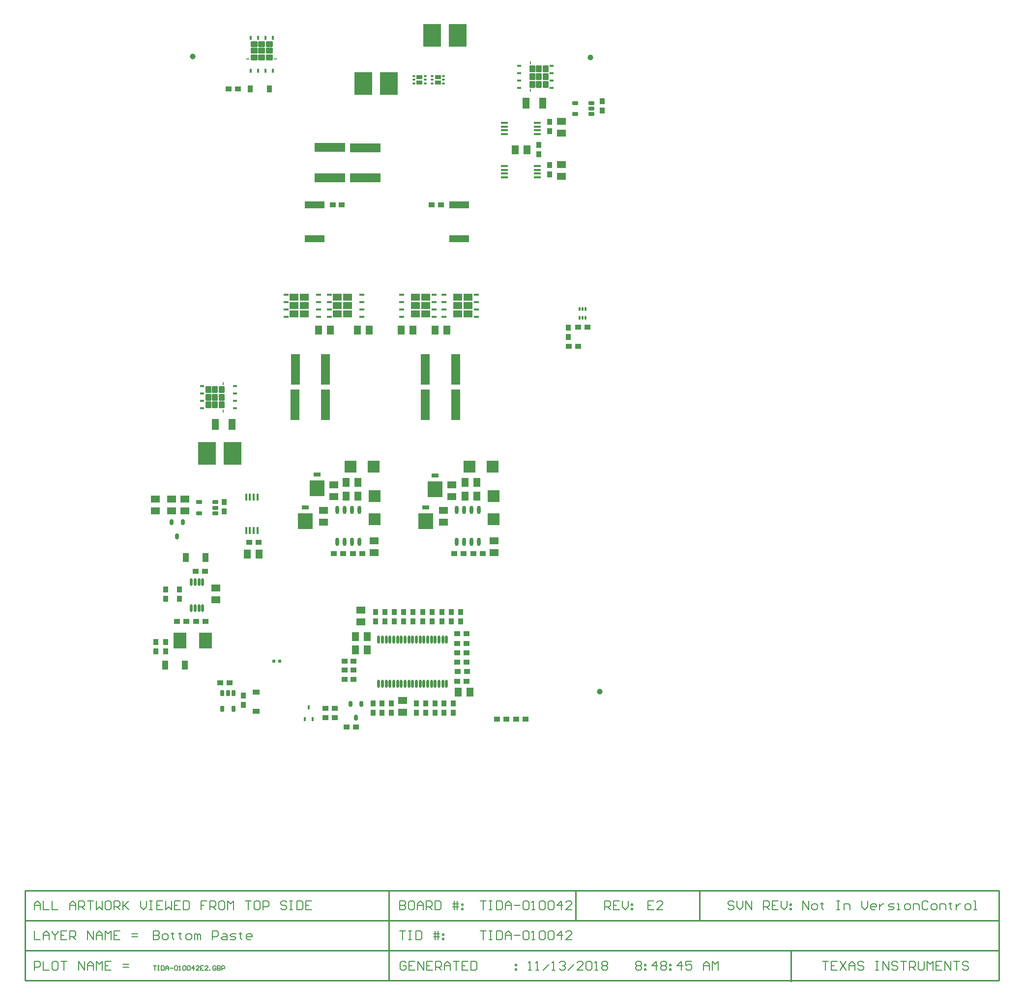
<source format=gbp>
G04*
G04 #@! TF.GenerationSoftware,Altium Limited,Altium Designer,18.1.9 (240)*
G04*
G04 Layer_Color=128*
%FSAX25Y25*%
%MOIN*%
G70*
G01*
G75*
%ADD17C,0.00800*%
%ADD21C,0.00600*%
%ADD22C,0.01000*%
%ADD29C,0.03937*%
%ADD31R,0.03937X0.03740*%
%ADD36R,0.03740X0.03937*%
%ADD37R,0.06299X0.20866*%
G04:AMPARAMS|DCode=80|XSize=15.75mil|YSize=25.59mil|CornerRadius=1.97mil|HoleSize=0mil|Usage=FLASHONLY|Rotation=0.000|XOffset=0mil|YOffset=0mil|HoleType=Round|Shape=RoundedRectangle|*
%AMROUNDEDRECTD80*
21,1,0.01575,0.02165,0,0,0.0*
21,1,0.01181,0.02559,0,0,0.0*
1,1,0.00394,0.00591,-0.01083*
1,1,0.00394,-0.00591,-0.01083*
1,1,0.00394,-0.00591,0.01083*
1,1,0.00394,0.00591,0.01083*
%
%ADD80ROUNDEDRECTD80*%
%ADD81R,0.02362X0.01968*%
%ADD84O,0.02362X0.05709*%
G04:AMPARAMS|DCode=85|XSize=23.62mil|YSize=39.37mil|CornerRadius=2.01mil|HoleSize=0mil|Usage=FLASHONLY|Rotation=90.000|XOffset=0mil|YOffset=0mil|HoleType=Round|Shape=RoundedRectangle|*
%AMROUNDEDRECTD85*
21,1,0.02362,0.03535,0,0,90.0*
21,1,0.01961,0.03937,0,0,90.0*
1,1,0.00402,0.01768,0.00980*
1,1,0.00402,0.01768,-0.00980*
1,1,0.00402,-0.01768,-0.00980*
1,1,0.00402,-0.01768,0.00980*
%
%ADD85ROUNDEDRECTD85*%
G04:AMPARAMS|DCode=87|XSize=11.81mil|YSize=17.72mil|CornerRadius=1.95mil|HoleSize=0mil|Usage=FLASHONLY|Rotation=90.000|XOffset=0mil|YOffset=0mil|HoleType=Round|Shape=RoundedRectangle|*
%AMROUNDEDRECTD87*
21,1,0.01181,0.01382,0,0,90.0*
21,1,0.00791,0.01772,0,0,90.0*
1,1,0.00390,0.00691,0.00396*
1,1,0.00390,0.00691,-0.00396*
1,1,0.00390,-0.00691,-0.00396*
1,1,0.00390,-0.00691,0.00396*
%
%ADD87ROUNDEDRECTD87*%
G04:AMPARAMS|DCode=88|XSize=23.62mil|YSize=39.37mil|CornerRadius=2.01mil|HoleSize=0mil|Usage=FLASHONLY|Rotation=180.000|XOffset=0mil|YOffset=0mil|HoleType=Round|Shape=RoundedRectangle|*
%AMROUNDEDRECTD88*
21,1,0.02362,0.03535,0,0,180.0*
21,1,0.01961,0.03937,0,0,180.0*
1,1,0.00402,-0.00980,0.01768*
1,1,0.00402,0.00980,0.01768*
1,1,0.00402,0.00980,-0.01768*
1,1,0.00402,-0.00980,-0.01768*
%
%ADD88ROUNDEDRECTD88*%
%ADD89O,0.01772X0.05315*%
G04:AMPARAMS|DCode=90|XSize=11.81mil|YSize=26.38mil|CornerRadius=1.95mil|HoleSize=0mil|Usage=FLASHONLY|Rotation=0.000|XOffset=0mil|YOffset=0mil|HoleType=Round|Shape=RoundedRectangle|*
%AMROUNDEDRECTD90*
21,1,0.01181,0.02248,0,0,0.0*
21,1,0.00791,0.02638,0,0,0.0*
1,1,0.00390,0.00396,-0.01124*
1,1,0.00390,-0.00396,-0.01124*
1,1,0.00390,-0.00396,0.01124*
1,1,0.00390,0.00396,0.01124*
%
%ADD90ROUNDEDRECTD90*%
%ADD91O,0.04724X0.01575*%
%ADD92O,0.01772X0.05512*%
%ADD93R,0.05000X0.06300*%
%ADD94R,0.06300X0.05000*%
%ADD95R,0.05118X0.07284*%
%ADD96R,0.12205X0.15748*%
G04:AMPARAMS|DCode=101|XSize=23.62mil|YSize=39.37mil|CornerRadius=5.91mil|HoleSize=0mil|Usage=FLASHONLY|Rotation=180.000|XOffset=0mil|YOffset=0mil|HoleType=Round|Shape=RoundedRectangle|*
%AMROUNDEDRECTD101*
21,1,0.02362,0.02756,0,0,180.0*
21,1,0.01181,0.03937,0,0,180.0*
1,1,0.01181,-0.00591,0.01378*
1,1,0.01181,0.00591,0.01378*
1,1,0.01181,0.00591,-0.01378*
1,1,0.01181,-0.00591,-0.01378*
%
%ADD101ROUNDEDRECTD101*%
%ADD102R,0.07874X0.07874*%
%ADD103R,0.07874X0.07874*%
%ADD104R,0.05000X0.03000*%
%ADD105R,0.10000X0.10500*%
%ADD106R,0.03602X0.04803*%
%ADD107R,0.08500X0.10799*%
%ADD108R,0.04331X0.06299*%
%ADD109O,0.01575X0.04724*%
%ADD110R,0.20866X0.06299*%
%ADD111R,0.13386X0.05118*%
%ADD112R,0.04803X0.03602*%
G04:AMPARAMS|DCode=115|XSize=9.84mil|YSize=21.85mil|CornerRadius=1.97mil|HoleSize=0mil|Usage=FLASHONLY|Rotation=90.000|XOffset=0mil|YOffset=0mil|HoleType=Round|Shape=RoundedRectangle|*
%AMROUNDEDRECTD115*
21,1,0.00984,0.01791,0,0,90.0*
21,1,0.00591,0.02185,0,0,90.0*
1,1,0.00394,0.00896,0.00295*
1,1,0.00394,0.00896,-0.00295*
1,1,0.00394,-0.00896,-0.00295*
1,1,0.00394,-0.00896,0.00295*
%
%ADD115ROUNDEDRECTD115*%
G04:AMPARAMS|DCode=118|XSize=9.84mil|YSize=21.85mil|CornerRadius=1.97mil|HoleSize=0mil|Usage=FLASHONLY|Rotation=0.000|XOffset=0mil|YOffset=0mil|HoleType=Round|Shape=RoundedRectangle|*
%AMROUNDEDRECTD118*
21,1,0.00984,0.01791,0,0,0.0*
21,1,0.00591,0.02185,0,0,0.0*
1,1,0.00394,0.00295,-0.00896*
1,1,0.00394,-0.00295,-0.00896*
1,1,0.00394,-0.00295,0.00896*
1,1,0.00394,0.00295,0.00896*
%
%ADD118ROUNDEDRECTD118*%
G04:AMPARAMS|DCode=125|XSize=29.92mil|YSize=16.14mil|CornerRadius=1.95mil|HoleSize=0mil|Usage=FLASHONLY|Rotation=90.000|XOffset=0mil|YOffset=0mil|HoleType=Round|Shape=RoundedRectangle|*
%AMROUNDEDRECTD125*
21,1,0.02992,0.01225,0,0,90.0*
21,1,0.02603,0.01614,0,0,90.0*
1,1,0.00389,0.00612,0.01301*
1,1,0.00389,0.00612,-0.01301*
1,1,0.00389,-0.00612,-0.01301*
1,1,0.00389,-0.00612,0.01301*
%
%ADD125ROUNDEDRECTD125*%
G04:AMPARAMS|DCode=139|XSize=31.89mil|YSize=16.14mil|CornerRadius=1.95mil|HoleSize=0mil|Usage=FLASHONLY|Rotation=0.000|XOffset=0mil|YOffset=0mil|HoleType=Round|Shape=RoundedRectangle|*
%AMROUNDEDRECTD139*
21,1,0.03189,0.01225,0,0,0.0*
21,1,0.02800,0.01614,0,0,0.0*
1,1,0.00389,0.01400,-0.00612*
1,1,0.00389,-0.01400,-0.00612*
1,1,0.00389,-0.01400,0.00612*
1,1,0.00389,0.01400,0.00612*
%
%ADD139ROUNDEDRECTD139*%
G04:AMPARAMS|DCode=140|XSize=29.92mil|YSize=16.14mil|CornerRadius=1.95mil|HoleSize=0mil|Usage=FLASHONLY|Rotation=0.000|XOffset=0mil|YOffset=0mil|HoleType=Round|Shape=RoundedRectangle|*
%AMROUNDEDRECTD140*
21,1,0.02992,0.01225,0,0,0.0*
21,1,0.02603,0.01614,0,0,0.0*
1,1,0.00389,0.01301,-0.00612*
1,1,0.00389,-0.01301,-0.00612*
1,1,0.00389,-0.01301,0.00612*
1,1,0.00389,0.01301,0.00612*
%
%ADD140ROUNDEDRECTD140*%
G04:AMPARAMS|DCode=153|XSize=37.4mil|YSize=44.49mil|CornerRadius=2.06mil|HoleSize=0mil|Usage=FLASHONLY|Rotation=90.000|XOffset=0mil|YOffset=0mil|HoleType=Round|Shape=RoundedRectangle|*
%AMROUNDEDRECTD153*
21,1,0.03740,0.04037,0,0,90.0*
21,1,0.03329,0.04449,0,0,90.0*
1,1,0.00411,0.02019,0.01664*
1,1,0.00411,0.02019,-0.01664*
1,1,0.00411,-0.02019,-0.01664*
1,1,0.00411,-0.02019,0.01664*
%
%ADD153ROUNDEDRECTD153*%
G04:AMPARAMS|DCode=154|XSize=39.37mil|YSize=27.56mil|CornerRadius=1.93mil|HoleSize=0mil|Usage=FLASHONLY|Rotation=180.000|XOffset=0mil|YOffset=0mil|HoleType=Round|Shape=RoundedRectangle|*
%AMROUNDEDRECTD154*
21,1,0.03937,0.02370,0,0,180.0*
21,1,0.03551,0.02756,0,0,180.0*
1,1,0.00386,-0.01776,0.01185*
1,1,0.00386,0.01776,0.01185*
1,1,0.00386,0.01776,-0.01185*
1,1,0.00386,-0.01776,-0.01185*
%
%ADD154ROUNDEDRECTD154*%
G04:AMPARAMS|DCode=155|XSize=62.21mil|YSize=49.21mil|CornerRadius=1.97mil|HoleSize=0mil|Usage=FLASHONLY|Rotation=0.000|XOffset=0mil|YOffset=0mil|HoleType=Round|Shape=RoundedRectangle|*
%AMROUNDEDRECTD155*
21,1,0.06221,0.04528,0,0,0.0*
21,1,0.05827,0.04921,0,0,0.0*
1,1,0.00394,0.02913,-0.02264*
1,1,0.00394,-0.02913,-0.02264*
1,1,0.00394,-0.02913,0.02264*
1,1,0.00394,0.02913,0.02264*
%
%ADD155ROUNDEDRECTD155*%
G04:AMPARAMS|DCode=156|XSize=37.4mil|YSize=44.49mil|CornerRadius=2.06mil|HoleSize=0mil|Usage=FLASHONLY|Rotation=0.000|XOffset=0mil|YOffset=0mil|HoleType=Round|Shape=RoundedRectangle|*
%AMROUNDEDRECTD156*
21,1,0.03740,0.04037,0,0,0.0*
21,1,0.03329,0.04449,0,0,0.0*
1,1,0.00411,0.01664,-0.02019*
1,1,0.00411,-0.01664,-0.02019*
1,1,0.00411,-0.01664,0.02019*
1,1,0.00411,0.01664,0.02019*
%
%ADD156ROUNDEDRECTD156*%
G54D17*
X0126900Y0073549D02*
Y0067551D01*
X0129899D01*
X0130899Y0068550D01*
Y0069550D01*
X0129899Y0070550D01*
X0126900D01*
X0129899D01*
X0130899Y0071549D01*
Y0072549D01*
X0129899Y0073549D01*
X0126900D01*
X0133898Y0067551D02*
X0135897D01*
X0136897Y0068550D01*
Y0070550D01*
X0135897Y0071549D01*
X0133898D01*
X0132898Y0070550D01*
Y0068550D01*
X0133898Y0067551D01*
X0139896Y0072549D02*
Y0071549D01*
X0138896D01*
X0140895D01*
X0139896D01*
Y0068550D01*
X0140895Y0067551D01*
X0144894Y0072549D02*
Y0071549D01*
X0143895D01*
X0145894D01*
X0144894D01*
Y0068550D01*
X0145894Y0067551D01*
X0149893D02*
X0151892D01*
X0152892Y0068550D01*
Y0070550D01*
X0151892Y0071549D01*
X0149893D01*
X0148893Y0070550D01*
Y0068550D01*
X0149893Y0067551D01*
X0154891D02*
Y0071549D01*
X0155891D01*
X0156890Y0070550D01*
Y0067551D01*
Y0070550D01*
X0157890Y0071549D01*
X0158890Y0070550D01*
Y0067551D01*
X0166887D02*
Y0073549D01*
X0169886D01*
X0170886Y0072549D01*
Y0070550D01*
X0169886Y0069550D01*
X0166887D01*
X0173885Y0071549D02*
X0175884D01*
X0176884Y0070550D01*
Y0067551D01*
X0173885D01*
X0172885Y0068550D01*
X0173885Y0069550D01*
X0176884D01*
X0178883Y0067551D02*
X0181882D01*
X0182882Y0068550D01*
X0181882Y0069550D01*
X0179883D01*
X0178883Y0070550D01*
X0179883Y0071549D01*
X0182882D01*
X0185881Y0072549D02*
Y0071549D01*
X0184881D01*
X0186881D01*
X0185881D01*
Y0068550D01*
X0186881Y0067551D01*
X0192879D02*
X0190879D01*
X0189880Y0068550D01*
Y0070550D01*
X0190879Y0071549D01*
X0192879D01*
X0193878Y0070550D01*
Y0069550D01*
X0189880D01*
X0348550Y0073498D02*
X0352549D01*
X0350549D01*
Y0067500D01*
X0354548Y0073498D02*
X0356547D01*
X0355548D01*
Y0067500D01*
X0354548D01*
X0356547D01*
X0359546Y0073498D02*
Y0067500D01*
X0362545D01*
X0363545Y0068500D01*
Y0072498D01*
X0362545Y0073498D01*
X0359546D01*
X0365545Y0067500D02*
Y0071499D01*
X0367544Y0073498D01*
X0369543Y0071499D01*
Y0067500D01*
Y0070499D01*
X0365545D01*
X0371543D02*
X0375541D01*
X0377541Y0072498D02*
X0378540Y0073498D01*
X0380540D01*
X0381539Y0072498D01*
Y0068500D01*
X0380540Y0067500D01*
X0378540D01*
X0377541Y0068500D01*
Y0072498D01*
X0383539Y0067500D02*
X0385538D01*
X0384538D01*
Y0073498D01*
X0383539Y0072498D01*
X0388537D02*
X0389537Y0073498D01*
X0391536D01*
X0392536Y0072498D01*
Y0068500D01*
X0391536Y0067500D01*
X0389537D01*
X0388537Y0068500D01*
Y0072498D01*
X0394535D02*
X0395535Y0073498D01*
X0397534D01*
X0398534Y0072498D01*
Y0068500D01*
X0397534Y0067500D01*
X0395535D01*
X0394535Y0068500D01*
Y0072498D01*
X0403532Y0067500D02*
Y0073498D01*
X0400533Y0070499D01*
X0404532D01*
X0410530Y0067500D02*
X0406531D01*
X0410530Y0071499D01*
Y0072498D01*
X0409530Y0073498D01*
X0407531D01*
X0406531Y0072498D01*
X0294000Y0073498D02*
X0297999D01*
X0295999D01*
Y0067500D01*
X0299998Y0073498D02*
X0301997D01*
X0300998D01*
Y0067500D01*
X0299998D01*
X0301997D01*
X0304996Y0073498D02*
Y0067500D01*
X0307996D01*
X0308995Y0068500D01*
Y0072498D01*
X0307996Y0073498D01*
X0304996D01*
X0317992Y0067500D02*
Y0073498D01*
X0319992D02*
Y0067500D01*
X0316993Y0071499D02*
X0319992D01*
X0320991D01*
X0316993Y0069499D02*
X0320991D01*
X0322991Y0071499D02*
X0323990D01*
Y0070499D01*
X0322991D01*
Y0071499D01*
Y0068500D02*
X0323990D01*
Y0067500D01*
X0322991D01*
Y0068500D01*
X0580500Y0052965D02*
X0584499D01*
X0582499D01*
Y0046966D01*
X0590497Y0052965D02*
X0586498D01*
Y0046966D01*
X0590497D01*
X0586498Y0049966D02*
X0588497D01*
X0592496Y0052965D02*
X0596495Y0046966D01*
Y0052965D02*
X0592496Y0046966D01*
X0598494D02*
Y0050965D01*
X0600493Y0052965D01*
X0602493Y0050965D01*
Y0046966D01*
Y0049966D01*
X0598494D01*
X0608491Y0051965D02*
X0607491Y0052965D01*
X0605492D01*
X0604492Y0051965D01*
Y0050965D01*
X0605492Y0049966D01*
X0607491D01*
X0608491Y0048966D01*
Y0047966D01*
X0607491Y0046966D01*
X0605492D01*
X0604492Y0047966D01*
X0616488Y0052965D02*
X0618488D01*
X0617488D01*
Y0046966D01*
X0616488D01*
X0618488D01*
X0621487D02*
Y0052965D01*
X0625486Y0046966D01*
Y0052965D01*
X0631484Y0051965D02*
X0630484Y0052965D01*
X0628484D01*
X0627485Y0051965D01*
Y0050965D01*
X0628484Y0049966D01*
X0630484D01*
X0631484Y0048966D01*
Y0047966D01*
X0630484Y0046966D01*
X0628484D01*
X0627485Y0047966D01*
X0633483Y0052965D02*
X0637482D01*
X0635482D01*
Y0046966D01*
X0639481D02*
Y0052965D01*
X0642480D01*
X0643480Y0051965D01*
Y0049966D01*
X0642480Y0048966D01*
X0639481D01*
X0641480D02*
X0643480Y0046966D01*
X0645479Y0052965D02*
Y0047966D01*
X0646479Y0046966D01*
X0648478D01*
X0649478Y0047966D01*
Y0052965D01*
X0651477Y0046966D02*
Y0052965D01*
X0653476Y0050965D01*
X0655476Y0052965D01*
Y0046966D01*
X0661474Y0052965D02*
X0657475D01*
Y0046966D01*
X0661474D01*
X0657475Y0049966D02*
X0659474D01*
X0663473Y0046966D02*
Y0052965D01*
X0667472Y0046966D01*
Y0052965D01*
X0669471D02*
X0673470D01*
X0671471D01*
Y0046966D01*
X0679468Y0051965D02*
X0678468Y0052965D01*
X0676469D01*
X0675469Y0051965D01*
Y0050965D01*
X0676469Y0049966D01*
X0678468D01*
X0679468Y0048966D01*
Y0047966D01*
X0678468Y0046966D01*
X0676469D01*
X0675469Y0047966D01*
X0454050Y0051965D02*
X0455050Y0052965D01*
X0457049D01*
X0458049Y0051965D01*
Y0050965D01*
X0457049Y0049966D01*
X0458049Y0048966D01*
Y0047966D01*
X0457049Y0046966D01*
X0455050D01*
X0454050Y0047966D01*
Y0048966D01*
X0455050Y0049966D01*
X0454050Y0050965D01*
Y0051965D01*
X0455050Y0049966D02*
X0457049D01*
X0460048Y0050965D02*
X0461048D01*
Y0049966D01*
X0460048D01*
Y0050965D01*
Y0047966D02*
X0461048D01*
Y0046966D01*
X0460048D01*
Y0047966D01*
X0468046Y0046966D02*
Y0052965D01*
X0465046Y0049966D01*
X0469045D01*
X0471044Y0051965D02*
X0472044Y0052965D01*
X0474044D01*
X0475043Y0051965D01*
Y0050965D01*
X0474044Y0049966D01*
X0475043Y0048966D01*
Y0047966D01*
X0474044Y0046966D01*
X0472044D01*
X0471044Y0047966D01*
Y0048966D01*
X0472044Y0049966D01*
X0471044Y0050965D01*
Y0051965D01*
X0472044Y0049966D02*
X0474044D01*
X0477043Y0050965D02*
X0478042D01*
Y0049966D01*
X0477043D01*
Y0050965D01*
Y0047966D02*
X0478042D01*
Y0046966D01*
X0477043D01*
Y0047966D01*
X0485040Y0046966D02*
Y0052965D01*
X0482041Y0049966D01*
X0486040D01*
X0492038Y0052965D02*
X0488039D01*
Y0049966D01*
X0490038Y0050965D01*
X0491038D01*
X0492038Y0049966D01*
Y0047966D01*
X0491038Y0046966D01*
X0489039D01*
X0488039Y0047966D01*
X0500035Y0046966D02*
Y0050965D01*
X0502035Y0052965D01*
X0504034Y0050965D01*
Y0046966D01*
Y0049966D01*
X0500035D01*
X0506033Y0046966D02*
Y0052965D01*
X0508033Y0050965D01*
X0510032Y0052965D01*
Y0046966D01*
X0046350D02*
Y0052965D01*
X0049349D01*
X0050349Y0051965D01*
Y0049966D01*
X0049349Y0048966D01*
X0046350D01*
X0052348Y0052965D02*
Y0046966D01*
X0056347D01*
X0061345Y0052965D02*
X0059346D01*
X0058346Y0051965D01*
Y0047966D01*
X0059346Y0046966D01*
X0061345D01*
X0062345Y0047966D01*
Y0051965D01*
X0061345Y0052965D01*
X0064344D02*
X0068343D01*
X0066343D01*
Y0046966D01*
X0076340D02*
Y0052965D01*
X0080339Y0046966D01*
Y0052965D01*
X0082338Y0046966D02*
Y0050965D01*
X0084338Y0052965D01*
X0086337Y0050965D01*
Y0046966D01*
Y0049966D01*
X0082338D01*
X0088336Y0046966D02*
Y0052965D01*
X0090336Y0050965D01*
X0092335Y0052965D01*
Y0046966D01*
X0098333Y0052965D02*
X0094335D01*
Y0046966D01*
X0098333D01*
X0094335Y0049966D02*
X0096334D01*
X0106331Y0048966D02*
X0110329D01*
X0106331Y0050965D02*
X0110329D01*
X0046350Y0073549D02*
Y0067551D01*
X0050349D01*
X0052348D02*
Y0071549D01*
X0054347Y0073549D01*
X0056347Y0071549D01*
Y0067551D01*
Y0070550D01*
X0052348D01*
X0058346Y0073549D02*
Y0072549D01*
X0060346Y0070550D01*
X0062345Y0072549D01*
Y0073549D01*
X0060346Y0070550D02*
Y0067551D01*
X0068343Y0073549D02*
X0064344D01*
Y0067551D01*
X0068343D01*
X0064344Y0070550D02*
X0066343D01*
X0070342Y0067551D02*
Y0073549D01*
X0073341D01*
X0074341Y0072549D01*
Y0070550D01*
X0073341Y0069550D01*
X0070342D01*
X0072342D02*
X0074341Y0067551D01*
X0082338D02*
Y0073549D01*
X0086337Y0067551D01*
Y0073549D01*
X0088336Y0067551D02*
Y0071549D01*
X0090336Y0073549D01*
X0092335Y0071549D01*
Y0067551D01*
Y0070550D01*
X0088336D01*
X0094335Y0067551D02*
Y0073549D01*
X0096334Y0071549D01*
X0098333Y0073549D01*
Y0067551D01*
X0104331Y0073549D02*
X0100332D01*
Y0067551D01*
X0104331D01*
X0100332Y0070550D02*
X0102332D01*
X0112329Y0069550D02*
X0116327D01*
X0112329Y0071549D02*
X0116327D01*
X0294000Y0093831D02*
Y0087833D01*
X0296999D01*
X0297999Y0088833D01*
Y0089833D01*
X0296999Y0090832D01*
X0294000D01*
X0296999D01*
X0297999Y0091832D01*
Y0092832D01*
X0296999Y0093831D01*
X0294000D01*
X0302997D02*
X0300998D01*
X0299998Y0092832D01*
Y0088833D01*
X0300998Y0087833D01*
X0302997D01*
X0303997Y0088833D01*
Y0092832D01*
X0302997Y0093831D01*
X0305996Y0087833D02*
Y0091832D01*
X0307996Y0093831D01*
X0309995Y0091832D01*
Y0087833D01*
Y0090832D01*
X0305996D01*
X0311994Y0087833D02*
Y0093831D01*
X0314993D01*
X0315993Y0092832D01*
Y0090832D01*
X0314993Y0089833D01*
X0311994D01*
X0313994D02*
X0315993Y0087833D01*
X0317992Y0093831D02*
Y0087833D01*
X0320991D01*
X0321991Y0088833D01*
Y0092832D01*
X0320991Y0093831D01*
X0317992D01*
X0330988Y0087833D02*
Y0093831D01*
X0332987D02*
Y0087833D01*
X0329988Y0091832D02*
X0332987D01*
X0333987D01*
X0329988Y0089833D02*
X0333987D01*
X0335986Y0091832D02*
X0336986D01*
Y0090832D01*
X0335986D01*
Y0091832D01*
Y0088833D02*
X0336986D01*
Y0087833D01*
X0335986D01*
Y0088833D01*
X0348550Y0093831D02*
X0352549D01*
X0350549D01*
Y0087833D01*
X0354548Y0093831D02*
X0356547D01*
X0355548D01*
Y0087833D01*
X0354548D01*
X0356547D01*
X0359546Y0093831D02*
Y0087833D01*
X0362545D01*
X0363545Y0088833D01*
Y0092832D01*
X0362545Y0093831D01*
X0359546D01*
X0365545Y0087833D02*
Y0091832D01*
X0367544Y0093831D01*
X0369543Y0091832D01*
Y0087833D01*
Y0090832D01*
X0365545D01*
X0371543D02*
X0375541D01*
X0377541Y0092832D02*
X0378540Y0093831D01*
X0380540D01*
X0381539Y0092832D01*
Y0088833D01*
X0380540Y0087833D01*
X0378540D01*
X0377541Y0088833D01*
Y0092832D01*
X0383539Y0087833D02*
X0385538D01*
X0384538D01*
Y0093831D01*
X0383539Y0092832D01*
X0388537D02*
X0389537Y0093831D01*
X0391536D01*
X0392536Y0092832D01*
Y0088833D01*
X0391536Y0087833D01*
X0389537D01*
X0388537Y0088833D01*
Y0092832D01*
X0394535D02*
X0395535Y0093831D01*
X0397534D01*
X0398534Y0092832D01*
Y0088833D01*
X0397534Y0087833D01*
X0395535D01*
X0394535Y0088833D01*
Y0092832D01*
X0403532Y0087833D02*
Y0093831D01*
X0400533Y0090832D01*
X0404532D01*
X0410530Y0087833D02*
X0406531D01*
X0410530Y0091832D01*
Y0092832D01*
X0409530Y0093831D01*
X0407531D01*
X0406531Y0092832D01*
X0466149Y0093831D02*
X0462150D01*
Y0087833D01*
X0466149D01*
X0462150Y0090832D02*
X0464149D01*
X0472147Y0087833D02*
X0468148D01*
X0472147Y0091832D01*
Y0092832D01*
X0471147Y0093831D01*
X0469148D01*
X0468148Y0092832D01*
X0046350Y0087833D02*
Y0091832D01*
X0048349Y0093831D01*
X0050349Y0091832D01*
Y0087833D01*
Y0090832D01*
X0046350D01*
X0052348Y0093831D02*
Y0087833D01*
X0056347D01*
X0058346Y0093831D02*
Y0087833D01*
X0062345D01*
X0070342D02*
Y0091832D01*
X0072342Y0093831D01*
X0074341Y0091832D01*
Y0087833D01*
Y0090832D01*
X0070342D01*
X0076340Y0087833D02*
Y0093831D01*
X0079339D01*
X0080339Y0092832D01*
Y0090832D01*
X0079339Y0089833D01*
X0076340D01*
X0078340D02*
X0080339Y0087833D01*
X0082338Y0093831D02*
X0086337D01*
X0084338D01*
Y0087833D01*
X0088336Y0093831D02*
Y0087833D01*
X0090336Y0089833D01*
X0092335Y0087833D01*
Y0093831D01*
X0097334D02*
X0095334D01*
X0094335Y0092832D01*
Y0088833D01*
X0095334Y0087833D01*
X0097334D01*
X0098333Y0088833D01*
Y0092832D01*
X0097334Y0093831D01*
X0100332Y0087833D02*
Y0093831D01*
X0103332D01*
X0104331Y0092832D01*
Y0090832D01*
X0103332Y0089833D01*
X0100332D01*
X0102332D02*
X0104331Y0087833D01*
X0106331Y0093831D02*
Y0087833D01*
Y0089833D01*
X0110329Y0093831D01*
X0107330Y0090832D01*
X0110329Y0087833D01*
X0118327Y0093831D02*
Y0089833D01*
X0120326Y0087833D01*
X0122325Y0089833D01*
Y0093831D01*
X0124325D02*
X0126324D01*
X0125324D01*
Y0087833D01*
X0124325D01*
X0126324D01*
X0133322Y0093831D02*
X0129323D01*
Y0087833D01*
X0133322D01*
X0129323Y0090832D02*
X0131323D01*
X0135321Y0093831D02*
Y0087833D01*
X0137321Y0089833D01*
X0139320Y0087833D01*
Y0093831D01*
X0145318D02*
X0141319D01*
Y0087833D01*
X0145318D01*
X0141319Y0090832D02*
X0143319D01*
X0147317Y0093831D02*
Y0087833D01*
X0150316D01*
X0151316Y0088833D01*
Y0092832D01*
X0150316Y0093831D01*
X0147317D01*
X0163312D02*
X0159313D01*
Y0090832D01*
X0161313D01*
X0159313D01*
Y0087833D01*
X0165312D02*
Y0093831D01*
X0168310D01*
X0169310Y0092832D01*
Y0090832D01*
X0168310Y0089833D01*
X0165312D01*
X0167311D02*
X0169310Y0087833D01*
X0174309Y0093831D02*
X0172309D01*
X0171310Y0092832D01*
Y0088833D01*
X0172309Y0087833D01*
X0174309D01*
X0175308Y0088833D01*
Y0092832D01*
X0174309Y0093831D01*
X0177308Y0087833D02*
Y0093831D01*
X0179307Y0091832D01*
X0181306Y0093831D01*
Y0087833D01*
X0189304Y0093831D02*
X0193303D01*
X0191303D01*
Y0087833D01*
X0198301Y0093831D02*
X0196301D01*
X0195302Y0092832D01*
Y0088833D01*
X0196301Y0087833D01*
X0198301D01*
X0199301Y0088833D01*
Y0092832D01*
X0198301Y0093831D01*
X0201300Y0087833D02*
Y0093831D01*
X0204299D01*
X0205299Y0092832D01*
Y0090832D01*
X0204299Y0089833D01*
X0201300D01*
X0217295Y0092832D02*
X0216295Y0093831D01*
X0214296D01*
X0213296Y0092832D01*
Y0091832D01*
X0214296Y0090832D01*
X0216295D01*
X0217295Y0089833D01*
Y0088833D01*
X0216295Y0087833D01*
X0214296D01*
X0213296Y0088833D01*
X0219294Y0093831D02*
X0221293D01*
X0220294D01*
Y0087833D01*
X0219294D01*
X0221293D01*
X0224292Y0093831D02*
Y0087833D01*
X0227291D01*
X0228291Y0088833D01*
Y0092832D01*
X0227291Y0093831D01*
X0224292D01*
X0234289D02*
X0230291D01*
Y0087833D01*
X0234289D01*
X0230291Y0090832D02*
X0232290D01*
X0298199Y0051965D02*
X0297199Y0052965D01*
X0295200D01*
X0294200Y0051965D01*
Y0047966D01*
X0295200Y0046966D01*
X0297199D01*
X0298199Y0047966D01*
Y0049966D01*
X0296199D01*
X0304197Y0052965D02*
X0300198D01*
Y0046966D01*
X0304197D01*
X0300198Y0049966D02*
X0302197D01*
X0306196Y0046966D02*
Y0052965D01*
X0310195Y0046966D01*
Y0052965D01*
X0316193D02*
X0312194D01*
Y0046966D01*
X0316193D01*
X0312194Y0049966D02*
X0314194D01*
X0318192Y0046966D02*
Y0052965D01*
X0321191D01*
X0322191Y0051965D01*
Y0049966D01*
X0321191Y0048966D01*
X0318192D01*
X0320192D02*
X0322191Y0046966D01*
X0324190D02*
Y0050965D01*
X0326190Y0052965D01*
X0328189Y0050965D01*
Y0046966D01*
Y0049966D01*
X0324190D01*
X0330188Y0052965D02*
X0334187D01*
X0332188D01*
Y0046966D01*
X0340185Y0052965D02*
X0336186D01*
Y0046966D01*
X0340185D01*
X0336186Y0049966D02*
X0338186D01*
X0342184Y0052965D02*
Y0046966D01*
X0345183D01*
X0346183Y0047966D01*
Y0051965D01*
X0345183Y0052965D01*
X0342184D01*
X0372175Y0050965D02*
X0373175D01*
Y0049966D01*
X0372175D01*
Y0050965D01*
Y0047966D02*
X0373175D01*
Y0046966D01*
X0372175D01*
Y0047966D01*
X0381150Y0046966D02*
X0383149D01*
X0382150D01*
Y0052965D01*
X0381150Y0051965D01*
X0386148Y0046966D02*
X0388148D01*
X0387148D01*
Y0052965D01*
X0386148Y0051965D01*
X0391147Y0046966D02*
X0395146Y0050965D01*
X0397145Y0046966D02*
X0399144D01*
X0398145D01*
Y0052965D01*
X0397145Y0051965D01*
X0402143D02*
X0403143Y0052965D01*
X0405142D01*
X0406142Y0051965D01*
Y0050965D01*
X0405142Y0049966D01*
X0404143D01*
X0405142D01*
X0406142Y0048966D01*
Y0047966D01*
X0405142Y0046966D01*
X0403143D01*
X0402143Y0047966D01*
X0408141Y0046966D02*
X0412140Y0050965D01*
X0418138Y0046966D02*
X0414139D01*
X0418138Y0050965D01*
Y0051965D01*
X0417138Y0052965D01*
X0415139D01*
X0414139Y0051965D01*
X0420137D02*
X0421137Y0052965D01*
X0423136D01*
X0424136Y0051965D01*
Y0047966D01*
X0423136Y0046966D01*
X0421137D01*
X0420137Y0047966D01*
Y0051965D01*
X0426135Y0046966D02*
X0428135D01*
X0427135D01*
Y0052965D01*
X0426135Y0051965D01*
X0431134D02*
X0432133Y0052965D01*
X0434133D01*
X0435133Y0051965D01*
Y0050965D01*
X0434133Y0049966D01*
X0435133Y0048966D01*
Y0047966D01*
X0434133Y0046966D01*
X0432133D01*
X0431134Y0047966D01*
Y0048966D01*
X0432133Y0049966D01*
X0431134Y0050965D01*
Y0051965D01*
X0432133Y0049966D02*
X0434133D01*
X0433000Y0087833D02*
Y0093831D01*
X0435999D01*
X0436999Y0092832D01*
Y0090832D01*
X0435999Y0089833D01*
X0433000D01*
X0434999D02*
X0436999Y0087833D01*
X0442997Y0093831D02*
X0438998D01*
Y0087833D01*
X0442997D01*
X0438998Y0090832D02*
X0440997D01*
X0444996Y0093831D02*
Y0089833D01*
X0446995Y0087833D01*
X0448995Y0089833D01*
Y0093831D01*
X0450994Y0091832D02*
X0451994D01*
Y0090832D01*
X0450994D01*
Y0091832D01*
Y0088833D02*
X0451994D01*
Y0087833D01*
X0450994D01*
Y0088833D01*
X0520799Y0092832D02*
X0519799Y0093831D01*
X0517800D01*
X0516800Y0092832D01*
Y0091832D01*
X0517800Y0090832D01*
X0519799D01*
X0520799Y0089833D01*
Y0088833D01*
X0519799Y0087833D01*
X0517800D01*
X0516800Y0088833D01*
X0522798Y0093831D02*
Y0089833D01*
X0524797Y0087833D01*
X0526797Y0089833D01*
Y0093831D01*
X0528796Y0087833D02*
Y0093831D01*
X0532795Y0087833D01*
Y0093831D01*
X0540792Y0087833D02*
Y0093831D01*
X0543791D01*
X0544791Y0092832D01*
Y0090832D01*
X0543791Y0089833D01*
X0540792D01*
X0542792D02*
X0544791Y0087833D01*
X0550789Y0093831D02*
X0546790D01*
Y0087833D01*
X0550789D01*
X0546790Y0090832D02*
X0548790D01*
X0552788Y0093831D02*
Y0089833D01*
X0554788Y0087833D01*
X0556787Y0089833D01*
Y0093831D01*
X0558786Y0091832D02*
X0559786D01*
Y0090832D01*
X0558786D01*
Y0091832D01*
Y0088833D02*
X0559786D01*
Y0087833D01*
X0558786D01*
Y0088833D01*
X0567400Y0087833D02*
Y0093831D01*
X0571399Y0087833D01*
Y0093831D01*
X0574398Y0087833D02*
X0576397D01*
X0577397Y0088833D01*
Y0090832D01*
X0576397Y0091832D01*
X0574398D01*
X0573398Y0090832D01*
Y0088833D01*
X0574398Y0087833D01*
X0580396Y0092832D02*
Y0091832D01*
X0579396D01*
X0581395D01*
X0580396D01*
Y0088833D01*
X0581395Y0087833D01*
X0590393Y0093831D02*
X0592392D01*
X0591392D01*
Y0087833D01*
X0590393D01*
X0592392D01*
X0595391D02*
Y0091832D01*
X0598390D01*
X0599390Y0090832D01*
Y0087833D01*
X0607387Y0093831D02*
Y0089833D01*
X0609386Y0087833D01*
X0611386Y0089833D01*
Y0093831D01*
X0616384Y0087833D02*
X0614385D01*
X0613385Y0088833D01*
Y0090832D01*
X0614385Y0091832D01*
X0616384D01*
X0617384Y0090832D01*
Y0089833D01*
X0613385D01*
X0619383Y0091832D02*
Y0087833D01*
Y0089833D01*
X0620383Y0090832D01*
X0621383Y0091832D01*
X0622382D01*
X0625381Y0087833D02*
X0628380D01*
X0629380Y0088833D01*
X0628380Y0089833D01*
X0626381D01*
X0625381Y0090832D01*
X0626381Y0091832D01*
X0629380D01*
X0631379Y0087833D02*
X0633379D01*
X0632379D01*
Y0091832D01*
X0631379D01*
X0637377Y0087833D02*
X0639377D01*
X0640376Y0088833D01*
Y0090832D01*
X0639377Y0091832D01*
X0637377D01*
X0636378Y0090832D01*
Y0088833D01*
X0637377Y0087833D01*
X0642376D02*
Y0091832D01*
X0645375D01*
X0646374Y0090832D01*
Y0087833D01*
X0652373Y0092832D02*
X0651373Y0093831D01*
X0649373D01*
X0648374Y0092832D01*
Y0088833D01*
X0649373Y0087833D01*
X0651373D01*
X0652373Y0088833D01*
X0655372Y0087833D02*
X0657371D01*
X0658371Y0088833D01*
Y0090832D01*
X0657371Y0091832D01*
X0655372D01*
X0654372Y0090832D01*
Y0088833D01*
X0655372Y0087833D01*
X0660370D02*
Y0091832D01*
X0663369D01*
X0664369Y0090832D01*
Y0087833D01*
X0667368Y0092832D02*
Y0091832D01*
X0666368D01*
X0668367D01*
X0667368D01*
Y0088833D01*
X0668367Y0087833D01*
X0671366Y0091832D02*
Y0087833D01*
Y0089833D01*
X0672366Y0090832D01*
X0673366Y0091832D01*
X0674365D01*
X0678364Y0087833D02*
X0680364D01*
X0681363Y0088833D01*
Y0090832D01*
X0680364Y0091832D01*
X0678364D01*
X0677364Y0090832D01*
Y0088833D01*
X0678364Y0087833D01*
X0683362D02*
X0685362D01*
X0684362D01*
Y0093831D01*
X0683362D01*
G54D21*
X0126900Y0049966D02*
X0128899D01*
X0127900D01*
Y0046966D01*
X0129899Y0049966D02*
X0130899D01*
X0130399D01*
Y0046966D01*
X0129899D01*
X0130899D01*
X0132398Y0049966D02*
Y0046966D01*
X0133898D01*
X0134398Y0047466D01*
Y0049466D01*
X0133898Y0049966D01*
X0132398D01*
X0135397Y0046966D02*
Y0048966D01*
X0136397Y0049966D01*
X0137397Y0048966D01*
Y0046966D01*
Y0048466D01*
X0135397D01*
X0138396D02*
X0140396D01*
X0141395Y0049466D02*
X0141895Y0049966D01*
X0142895D01*
X0143395Y0049466D01*
Y0047466D01*
X0142895Y0046966D01*
X0141895D01*
X0141395Y0047466D01*
Y0049466D01*
X0144394Y0046966D02*
X0145394D01*
X0144894D01*
Y0049966D01*
X0144394Y0049466D01*
X0146894D02*
X0147393Y0049966D01*
X0148393D01*
X0148893Y0049466D01*
Y0047466D01*
X0148393Y0046966D01*
X0147393D01*
X0146894Y0047466D01*
Y0049466D01*
X0149893D02*
X0150392Y0049966D01*
X0151392D01*
X0151892Y0049466D01*
Y0047466D01*
X0151392Y0046966D01*
X0150392D01*
X0149893Y0047466D01*
Y0049466D01*
X0154391Y0046966D02*
Y0049966D01*
X0152892Y0048466D01*
X0154891D01*
X0157890Y0046966D02*
X0155891D01*
X0157890Y0048966D01*
Y0049466D01*
X0157390Y0049966D01*
X0156391D01*
X0155891Y0049466D01*
X0160889Y0049966D02*
X0158890D01*
Y0046966D01*
X0160889D01*
X0158890Y0048466D02*
X0159889D01*
X0163888Y0046966D02*
X0161889D01*
X0163888Y0048966D01*
Y0049466D01*
X0163388Y0049966D01*
X0162389D01*
X0161889Y0049466D01*
X0164888Y0046966D02*
Y0047466D01*
X0165388D01*
Y0046966D01*
X0164888D01*
X0169386Y0049466D02*
X0168886Y0049966D01*
X0167887D01*
X0167387Y0049466D01*
Y0047466D01*
X0167887Y0046966D01*
X0168886D01*
X0169386Y0047466D01*
Y0048466D01*
X0168387D01*
X0170386Y0049966D02*
Y0046966D01*
X0171885D01*
X0172385Y0047466D01*
Y0047966D01*
X0171885Y0048466D01*
X0170386D01*
X0171885D01*
X0172385Y0048966D01*
Y0049466D01*
X0171885Y0049966D01*
X0170386D01*
X0173385Y0046966D02*
Y0049966D01*
X0174884D01*
X0175384Y0049466D01*
Y0048466D01*
X0174884Y0047966D01*
X0173385D01*
G54D22*
X0559400Y0039400D02*
Y0059683D01*
X0440500Y0040050D02*
X0700200D01*
Y0101050D01*
X0286500Y0040050D02*
Y0101050D01*
X0040000Y0040050D02*
Y0101050D01*
X0040050Y0040050D02*
X0197600D01*
X0040050D02*
Y0101050D01*
Y0101050D02*
X0700200D01*
X0040000Y0040050D02*
X0440500D01*
X0040000Y0060383D02*
X0700000D01*
X0040000Y0080717D02*
X0700200D01*
X0413200D02*
Y0101050D01*
X0497200Y0080717D02*
Y0101050D01*
G54D29*
X0153619Y0667000D02*
D03*
X0423219Y0666400D02*
D03*
X0429719Y0235900D02*
D03*
G54D31*
X0408569Y0470400D02*
D03*
X0414868D02*
D03*
X0143015Y0283500D02*
D03*
X0149314D02*
D03*
X0161869Y0317800D02*
D03*
X0155569D02*
D03*
X0258115Y0211900D02*
D03*
X0264414D02*
D03*
X0333069Y0243000D02*
D03*
X0339369D02*
D03*
X0333069Y0275200D02*
D03*
X0339369D02*
D03*
X0379269Y0217300D02*
D03*
X0372969D02*
D03*
X0337395Y0329724D02*
D03*
X0331096D02*
D03*
X0255720Y0329764D02*
D03*
X0249421D02*
D03*
X0343896Y0329731D02*
D03*
X0350195D02*
D03*
X0262321Y0329764D02*
D03*
X0268620D02*
D03*
X0321874Y0566400D02*
D03*
X0315575D02*
D03*
X0248475D02*
D03*
X0254774D02*
D03*
X0178661Y0242116D02*
D03*
X0172362D02*
D03*
X0162364Y0283600D02*
D03*
X0156065D02*
D03*
X0421200Y0483146D02*
D03*
X0414901D02*
D03*
X0359869Y0217300D02*
D03*
X0366168D02*
D03*
X0198207Y0337400D02*
D03*
X0191908D02*
D03*
X0249969Y0218200D02*
D03*
X0243669D02*
D03*
X0339369Y0268800D02*
D03*
X0333069D02*
D03*
X0333169Y0249800D02*
D03*
X0339469D02*
D03*
X0333069Y0256100D02*
D03*
X0339369D02*
D03*
X0333069Y0262400D02*
D03*
X0339369D02*
D03*
X0256469Y0256800D02*
D03*
X0262769D02*
D03*
X0256469Y0250500D02*
D03*
X0262769D02*
D03*
X0256469Y0244400D02*
D03*
X0262769D02*
D03*
X0243669Y0224500D02*
D03*
X0249969D02*
D03*
X0178069Y0644900D02*
D03*
X0184369D02*
D03*
G54D36*
X0408219Y0483050D02*
D03*
Y0476750D02*
D03*
X0128500Y0269750D02*
D03*
Y0263450D02*
D03*
X0135314Y0305250D02*
D03*
Y0298950D02*
D03*
X0135214Y0269750D02*
D03*
Y0263450D02*
D03*
X0275865Y0221550D02*
D03*
Y0227850D02*
D03*
X0282065Y0221550D02*
D03*
Y0227850D02*
D03*
X0288265Y0221550D02*
D03*
Y0227850D02*
D03*
X0388369Y0606950D02*
D03*
Y0600650D02*
D03*
X0329019Y0289999D02*
D03*
Y0283700D02*
D03*
X0335219Y0283700D02*
D03*
Y0289999D02*
D03*
X0431401Y0636744D02*
D03*
Y0630445D02*
D03*
X0175132Y0364550D02*
D03*
Y0358250D02*
D03*
X0188012Y0233265D02*
D03*
Y0226966D02*
D03*
X0395519Y0622688D02*
D03*
Y0616389D02*
D03*
X0315992Y0283700D02*
D03*
Y0289999D02*
D03*
X0296492Y0283700D02*
D03*
Y0289999D02*
D03*
X0302892Y0283700D02*
D03*
Y0289999D02*
D03*
X0284019Y0283701D02*
D03*
Y0290000D02*
D03*
X0277519Y0283650D02*
D03*
Y0289950D02*
D03*
X0395519Y0593311D02*
D03*
Y0587012D02*
D03*
X0305465Y0227850D02*
D03*
Y0221550D02*
D03*
X0290292Y0283700D02*
D03*
Y0289999D02*
D03*
X0309599Y0283700D02*
D03*
Y0289999D02*
D03*
X0330265Y0221550D02*
D03*
Y0227850D02*
D03*
X0324065Y0221550D02*
D03*
Y0227850D02*
D03*
X0317865Y0221550D02*
D03*
Y0227850D02*
D03*
X0311665Y0221550D02*
D03*
Y0227850D02*
D03*
X0322592Y0289999D02*
D03*
Y0283700D02*
D03*
X0144714Y0305250D02*
D03*
Y0298950D02*
D03*
G54D37*
X0243655Y0454600D02*
D03*
X0223183D02*
D03*
X0243591Y0430700D02*
D03*
X0223119D02*
D03*
X0311446Y0430700D02*
D03*
X0331919D02*
D03*
X0311446Y0454600D02*
D03*
X0331919D02*
D03*
G54D80*
X0232278Y0225471D02*
D03*
X0229719Y0217400D02*
D03*
X0234837D02*
D03*
G54D81*
X0212587Y0256500D02*
D03*
X0208650D02*
D03*
G54D84*
X0347546Y0337702D02*
D03*
X0342546D02*
D03*
X0337546D02*
D03*
X0332546D02*
D03*
X0347546Y0359159D02*
D03*
X0342546D02*
D03*
X0337546D02*
D03*
X0332546D02*
D03*
X0266671Y0337736D02*
D03*
X0261671D02*
D03*
X0256671D02*
D03*
X0251671D02*
D03*
X0266671Y0359193D02*
D03*
X0261671D02*
D03*
X0256671D02*
D03*
X0251671D02*
D03*
G54D85*
X0423814Y0635335D02*
D03*
Y0631595D02*
D03*
Y0627854D02*
D03*
X0412987D02*
D03*
Y0635335D02*
D03*
X0168946Y0364540D02*
D03*
Y0360800D02*
D03*
Y0357060D02*
D03*
X0158119D02*
D03*
Y0364540D02*
D03*
G54D87*
X0303480Y0653759D02*
D03*
Y0651200D02*
D03*
Y0648641D02*
D03*
X0311157D02*
D03*
Y0651200D02*
D03*
Y0653759D02*
D03*
X0323657Y0648641D02*
D03*
Y0651200D02*
D03*
Y0653759D02*
D03*
X0315980D02*
D03*
Y0651200D02*
D03*
Y0648641D02*
D03*
G54D88*
X0173772Y0235029D02*
D03*
X0177512D02*
D03*
X0181252D02*
D03*
Y0224202D02*
D03*
X0173772D02*
D03*
G54D89*
X0152764Y0310311D02*
D03*
X0155323D02*
D03*
X0157882D02*
D03*
X0152764Y0292791D02*
D03*
X0155323D02*
D03*
X0157882D02*
D03*
X0160441D02*
D03*
Y0310311D02*
D03*
G54D90*
X0420019Y0495560D02*
D03*
X0416082D02*
D03*
Y0489733D02*
D03*
X0418050D02*
D03*
X0420019D02*
D03*
X0418050Y0495560D02*
D03*
G54D91*
X0387460Y0621977D02*
D03*
Y0619418D02*
D03*
Y0616859D02*
D03*
Y0614300D02*
D03*
X0365019Y0621977D02*
D03*
Y0619418D02*
D03*
Y0616859D02*
D03*
Y0614300D02*
D03*
X0387460Y0592600D02*
D03*
Y0590041D02*
D03*
Y0587482D02*
D03*
Y0584923D02*
D03*
X0365019Y0592600D02*
D03*
Y0590041D02*
D03*
Y0587482D02*
D03*
Y0584923D02*
D03*
G54D92*
X0325750Y0241439D02*
D03*
X0323191D02*
D03*
X0320632D02*
D03*
X0318073D02*
D03*
X0315514D02*
D03*
X0312955D02*
D03*
X0310396D02*
D03*
X0307837D02*
D03*
X0305278D02*
D03*
X0302719D02*
D03*
X0300160D02*
D03*
X0297601D02*
D03*
X0295042D02*
D03*
X0292483D02*
D03*
X0289924D02*
D03*
X0287365D02*
D03*
X0284805D02*
D03*
X0282246D02*
D03*
X0279687D02*
D03*
X0325750Y0271361D02*
D03*
X0323191D02*
D03*
X0320632D02*
D03*
X0318073D02*
D03*
X0315514D02*
D03*
X0312955D02*
D03*
X0310396D02*
D03*
X0307837D02*
D03*
X0305278D02*
D03*
X0302719D02*
D03*
X0300160D02*
D03*
X0297601D02*
D03*
X0295042D02*
D03*
X0292483D02*
D03*
X0289924D02*
D03*
X0287365D02*
D03*
X0284805D02*
D03*
X0282246D02*
D03*
X0279687D02*
D03*
G54D93*
X0295019Y0481400D02*
D03*
X0303019D02*
D03*
X0265273Y0481402D02*
D03*
X0273273D02*
D03*
X0346346Y0377831D02*
D03*
X0338346D02*
D03*
X0265671Y0377864D02*
D03*
X0257671D02*
D03*
X0326119Y0481400D02*
D03*
X0318119D02*
D03*
X0246873Y0481402D02*
D03*
X0238873D02*
D03*
X0380269Y0603700D02*
D03*
X0372269D02*
D03*
X0272119Y0273200D02*
D03*
X0264119D02*
D03*
X0346346Y0368631D02*
D03*
X0338346D02*
D03*
X0257671Y0368664D02*
D03*
X0265671D02*
D03*
X0190558Y0329399D02*
D03*
X0198557D02*
D03*
X0333519Y0235500D02*
D03*
X0341519D02*
D03*
X0272119Y0264400D02*
D03*
X0264119D02*
D03*
G54D94*
X0329373Y0376331D02*
D03*
Y0368331D02*
D03*
X0249171Y0368264D02*
D03*
Y0376264D02*
D03*
X0323546Y0358931D02*
D03*
Y0350931D02*
D03*
X0242371Y0358964D02*
D03*
Y0350964D02*
D03*
X0267619Y0283200D02*
D03*
Y0291200D02*
D03*
X0128419Y0358700D02*
D03*
Y0366700D02*
D03*
X0148219Y0366700D02*
D03*
Y0358700D02*
D03*
X0139419Y0366700D02*
D03*
Y0358700D02*
D03*
X0403519Y0615039D02*
D03*
Y0623039D02*
D03*
X0357946Y0338431D02*
D03*
Y0330431D02*
D03*
X0276471Y0330464D02*
D03*
Y0338464D02*
D03*
X0169214Y0306200D02*
D03*
Y0298200D02*
D03*
X0296065Y0222100D02*
D03*
Y0230100D02*
D03*
X0403519Y0585661D02*
D03*
Y0593661D02*
D03*
G54D95*
X0379610Y0635400D02*
D03*
X0391028D02*
D03*
X0180327Y0417300D02*
D03*
X0168910D02*
D03*
G54D96*
X0333380Y0681200D02*
D03*
X0316057D02*
D03*
X0269257Y0648600D02*
D03*
X0286580D02*
D03*
X0180480Y0397600D02*
D03*
X0163157D02*
D03*
G54D101*
X0264265Y0218176D02*
D03*
X0268005Y0227624D02*
D03*
X0260524D02*
D03*
X0143119Y0341376D02*
D03*
X0146859Y0350824D02*
D03*
X0139379D02*
D03*
G54D102*
X0357646Y0368605D02*
D03*
Y0352857D02*
D03*
X0276971Y0368638D02*
D03*
Y0352890D02*
D03*
G54D103*
X0341299Y0388631D02*
D03*
X0357047D02*
D03*
X0260643Y0388664D02*
D03*
X0276391D02*
D03*
G54D104*
X0317973Y0382631D02*
D03*
X0311719Y0360900D02*
D03*
X0230016Y0360934D02*
D03*
X0237971Y0383164D02*
D03*
G54D105*
X0317973Y0373431D02*
D03*
X0311719Y0351700D02*
D03*
X0230016Y0351734D02*
D03*
X0237971Y0373964D02*
D03*
G54D106*
X0192772Y0644900D02*
D03*
X0205666D02*
D03*
G54D107*
X0162415Y0270600D02*
D03*
X0145013D02*
D03*
G54D108*
X0135021Y0254100D02*
D03*
X0148407D02*
D03*
X0162319Y0326900D02*
D03*
X0148933D02*
D03*
G54D109*
X0197496Y0345459D02*
D03*
X0194937D02*
D03*
X0192378D02*
D03*
X0189819D02*
D03*
X0197496Y0367900D02*
D03*
X0194937D02*
D03*
X0192378D02*
D03*
X0189819D02*
D03*
G54D110*
X0270719Y0584664D02*
D03*
Y0605136D02*
D03*
X0246619Y0584764D02*
D03*
Y0605236D02*
D03*
G54D111*
X0236224Y0543186D02*
D03*
Y0566414D02*
D03*
X0334224Y0543172D02*
D03*
Y0566400D02*
D03*
G54D112*
X0196514Y0222753D02*
D03*
Y0235647D02*
D03*
G54D115*
X0191115Y0665239D02*
D03*
X0209796D02*
D03*
G54D118*
X0382753Y0662640D02*
D03*
Y0643960D02*
D03*
X0174380Y0426396D02*
D03*
Y0445077D02*
D03*
G54D125*
X0207955Y0679609D02*
D03*
X0202955D02*
D03*
X0197955D02*
D03*
X0192955D02*
D03*
Y0657404D02*
D03*
X0197955D02*
D03*
X0202955D02*
D03*
X0207955D02*
D03*
G54D139*
X0317223Y0490400D02*
D03*
Y0495400D02*
D03*
Y0500400D02*
D03*
Y0505400D02*
D03*
X0295215D02*
D03*
Y0500400D02*
D03*
Y0495400D02*
D03*
Y0490400D02*
D03*
X0246273Y0505393D02*
D03*
Y0500393D02*
D03*
Y0495393D02*
D03*
Y0490393D02*
D03*
X0268281D02*
D03*
Y0495393D02*
D03*
Y0500393D02*
D03*
Y0505393D02*
D03*
X0345919Y0490409D02*
D03*
Y0495409D02*
D03*
Y0500409D02*
D03*
Y0505409D02*
D03*
X0323911D02*
D03*
Y0500409D02*
D03*
Y0495409D02*
D03*
Y0490409D02*
D03*
X0216869Y0505402D02*
D03*
Y0500402D02*
D03*
Y0495402D02*
D03*
Y0490402D02*
D03*
X0238877D02*
D03*
Y0495402D02*
D03*
Y0500402D02*
D03*
Y0505402D02*
D03*
G54D140*
X0397124Y0645800D02*
D03*
Y0650800D02*
D03*
Y0655800D02*
D03*
Y0660800D02*
D03*
X0374919D02*
D03*
Y0655800D02*
D03*
Y0650800D02*
D03*
Y0645800D02*
D03*
X0160010Y0443236D02*
D03*
Y0438236D02*
D03*
Y0433236D02*
D03*
Y0428236D02*
D03*
X0182215D02*
D03*
Y0433236D02*
D03*
Y0438236D02*
D03*
Y0443236D02*
D03*
G54D153*
X0200455Y0670928D02*
D03*
Y0666400D02*
D03*
Y0675455D02*
D03*
X0205691D02*
D03*
Y0666400D02*
D03*
Y0670928D02*
D03*
X0195219Y0675455D02*
D03*
Y0666400D02*
D03*
Y0670928D02*
D03*
G54D154*
X0307319Y0649428D02*
D03*
Y0652972D02*
D03*
X0319819D02*
D03*
Y0649428D02*
D03*
G54D155*
X0304723Y0497900D02*
D03*
X0311731D02*
D03*
Y0492191D02*
D03*
X0304723D02*
D03*
Y0503609D02*
D03*
X0311731D02*
D03*
X0258773Y0497893D02*
D03*
X0251765D02*
D03*
Y0503602D02*
D03*
X0258773D02*
D03*
Y0492184D02*
D03*
X0251765D02*
D03*
X0333419Y0497909D02*
D03*
X0340427D02*
D03*
Y0492200D02*
D03*
X0333419D02*
D03*
Y0503617D02*
D03*
X0340427D02*
D03*
X0229369Y0497902D02*
D03*
X0222361D02*
D03*
Y0503610D02*
D03*
X0229369D02*
D03*
Y0492193D02*
D03*
X0222361D02*
D03*
G54D156*
X0388442Y0653300D02*
D03*
X0383915D02*
D03*
X0392970D02*
D03*
Y0648064D02*
D03*
X0383915D02*
D03*
X0388442D02*
D03*
X0392970Y0658536D02*
D03*
X0383915D02*
D03*
X0388442D02*
D03*
X0168691Y0435736D02*
D03*
X0173219D02*
D03*
X0164164D02*
D03*
Y0440972D02*
D03*
X0173219D02*
D03*
X0168691D02*
D03*
X0164164Y0430500D02*
D03*
X0173219D02*
D03*
X0168691D02*
D03*
M02*

</source>
